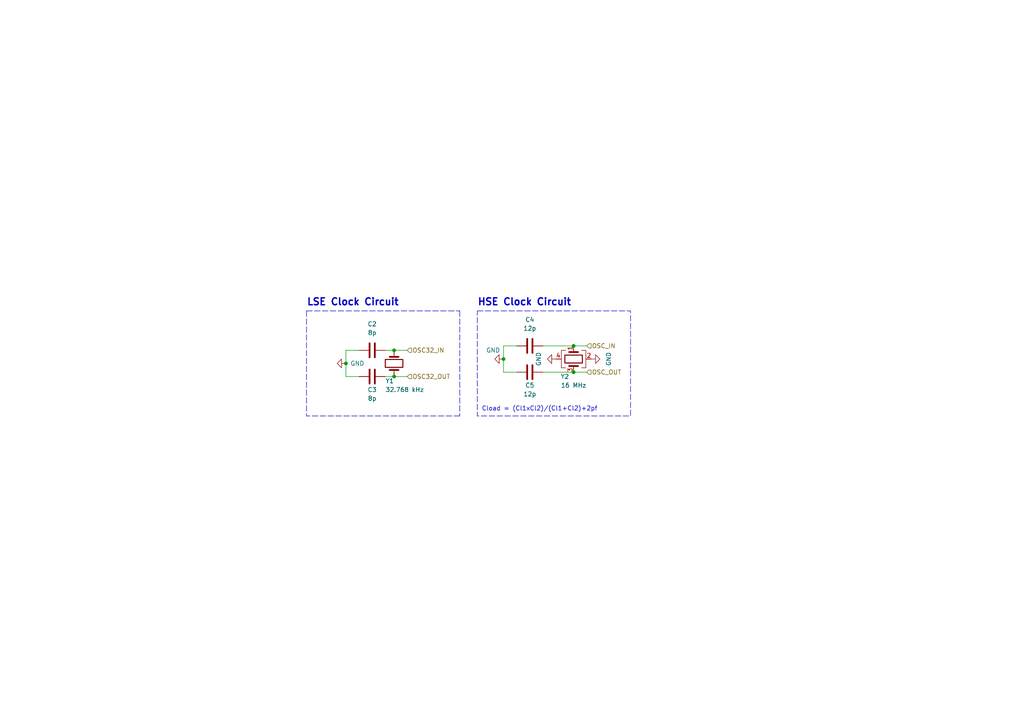
<source format=kicad_sch>
(kicad_sch (version 20231120) (generator "eeschema") (generator_version "8.0")
  (paper "A4")
  (title_block (title "Clocks") (date "2024-05-29") (rev "V10") (comment 1 "22619291") (comment 2 "DP Theron"))
  (lib_symbols
    (symbol "Device:C" (pin_numbers hide) (pin_names (offset 0.254))
      (property "Reference" "C" (at 0.635 2.54 0))
      (property "Value" "C" (at 0.635 -2.54 0))
      (symbol "C_0_1"
        (polyline (pts (xy -2.032 -0.762) (xy 2.032 -0.762)) (stroke (width 0.508)))
        (polyline (pts (xy -2.032 0.762) (xy 2.032 0.762)) (stroke (width 0.508)))
      )
      (symbol "C_1_1"
        (pin passive line (at 0 3.81 270) (length 2.794) (name "~") (number "1"))
        (pin passive line (at 0 -3.81 90) (length 2.794) (name "~") (number "2"))
      )
    )
    (symbol "Device:Crystal" (pin_numbers hide) (pin_names (offset 1.016) hide)
      (property "Reference" "Y" (at 0 3.81 0))
      (property "Value" "Crystal" (at 0 -3.81 0))
      (symbol "Crystal_0_1"
        (rectangle (start -1.143 2.54) (end 1.143 -2.54) (stroke (width 0.3048)))
        (polyline (pts (xy -2.54 0) (xy -1.905 0)))
        (polyline (pts (xy -1.905 -1.27) (xy -1.905 1.27)) (stroke (width 0.508)))
        (polyline (pts (xy 1.905 -1.27) (xy 1.905 1.27)) (stroke (width 0.508)))
        (polyline (pts (xy 2.54 0) (xy 1.905 0)))
      )
      (symbol "Crystal_1_1"
        (pin passive line (at -3.81 0 0) (length 1.27) (name "1") (number "1"))
        (pin passive line (at 3.81 0 180) (length 1.27) (name "2") (number "2"))
      )
    )
    (symbol "Device:Crystal_GND24" (pin_names (offset 1.016) hide)
      (property "Reference" "Y" (at 3.175 5.08 0))
      (property "Value" "Crystal_GND24" (at 3.175 3.175 0))
      (symbol "Crystal_GND24_0_1"
        (rectangle (start -1.143 2.54) (end 1.143 -2.54) (stroke (width 0.3048)))
        (polyline (pts (xy -2.54 0) (xy -2.032 0)))
        (polyline (pts (xy -2.032 -1.27) (xy -2.032 1.27)) (stroke (width 0.508)))
        (polyline (pts (xy 0 -3.81) (xy 0 -3.556)))
        (polyline (pts (xy 0 3.556) (xy 0 3.81)))
        (polyline (pts (xy 2.032 -1.27) (xy 2.032 1.27)) (stroke (width 0.508)))
        (polyline (pts (xy 2.032 0) (xy 2.54 0)))
        (polyline (pts (xy -2.54 -2.286) (xy -2.54 -3.556) (xy 2.54 -3.556) (xy 2.54 -2.286)))
        (polyline (pts (xy -2.54 2.286) (xy -2.54 3.556) (xy 2.54 3.556) (xy 2.54 2.286)))
      )
      (symbol "Crystal_GND24_1_1"
        (pin passive line (at -3.81 0 0) (length 1.27) (name "1") (number "1"))
        (pin passive line (at 0 5.08 270) (length 1.27) (name "2") (number "2"))
        (pin passive line (at 3.81 0 180) (length 1.27) (name "3") (number "3"))
        (pin passive line (at 0 -5.08 90) (length 1.27) (name "4") (number "4"))
      )
    )
    (symbol "power:GND" (power) (pin_names (offset 0))
      (property "Value" "GND" (at 0 -3.81 0))
      (symbol "GND_0_1"
        (polyline (pts (xy 0 0) (xy 0 -1.27) (xy 1.27 -1.27) (xy 0 -2.54) (xy -1.27 -1.27) (xy 0 -1.27)))
      )
      (symbol "GND_1_1"
        (pin power_in line (at 0 0 270) (length 0) hide (name "GND") (number "1"))
      )
    )
  )
  (junction (at 166.37 107.95))
  (junction (at 114.3 109.22))
  (junction (at 100.33 105.41))
  (junction (at 166.37 100.33))
  (junction (at 114.3 101.6))
  (junction (at 146.05 104.14))
  (wire (pts (xy 157.48 107.95) (xy 166.37 107.95)))
  (wire (pts (xy 146.05 107.95) (xy 149.86 107.95)))
  (polyline (pts (xy 133.35 120.65) (xy 88.9 120.65)) (stroke (width 0) (type dash)))
  (wire (pts (xy 146.05 100.33) (xy 146.05 104.14)))
  (wire (pts (xy 100.33 105.41) (xy 100.33 109.22)))
  (wire (pts (xy 100.33 101.6) (xy 104.14 101.6)))
  (wire (pts (xy 146.05 100.33) (xy 149.86 100.33)))
  (wire (pts (xy 166.37 100.33) (xy 170.18 100.33)))
  (wire (pts (xy 100.33 109.22) (xy 104.14 109.22)))
  (wire (pts (xy 146.05 104.14) (xy 146.05 107.95)))
  (wire (pts (xy 114.3 109.22) (xy 118.11 109.22)))
  (polyline (pts (xy 88.9 90.17) (xy 133.35 90.17)) (stroke (width 0) (type dash)))
  (wire (pts (xy 157.48 100.33) (xy 166.37 100.33)))
  (polyline (pts (xy 88.9 90.17) (xy 88.9 120.65)) (stroke (width 0) (type dash)))
  (wire (pts (xy 111.76 109.22) (xy 114.3 109.22)))
  (wire (pts (xy 114.3 101.6) (xy 118.11 101.6)))
  (polyline (pts (xy 133.35 90.17) (xy 133.35 120.65)) (stroke (width 0) (type dash)))
  (wire (pts (xy 111.76 101.6) (xy 114.3 101.6)))
  (wire (pts (xy 166.37 107.95) (xy 170.18 107.95)))
  (wire (pts (xy 100.33 101.6) (xy 100.33 105.41)))
  (rectangle (start 138.43 90.17) (end 182.88 120.65) (stroke (width 0) (type dash)))
  (text "Cload = (Cl1xCl2)/(Cl1+Cl2)+2pf" (at 139.7 119.38 0) (effects (font (size 1.27 1.27)) (justify left bottom)))
  (text "LSE Clock Circuit" (at 88.9 88.9 0) (effects (font (size 2 2) (bold yes)) (justify left bottom)))
  (text "HSE Clock Circuit" (at 138.43 88.9 0) (effects (font (size 2 2) (thickness 0.4) (bold yes)) (justify left bottom)))
  (hierarchical_label "OSC_IN" (shape input) (at 170.18 100.33 0))
  (hierarchical_label "OSC32_IN" (shape input) (at 118.11 101.6 0))
  (hierarchical_label "OSC_OUT" (shape input) (at 170.18 107.95 0))
  (hierarchical_label "OSC32_OUT" (shape input) (at 118.11 109.22 0))
  (symbol (lib_id "Device:Crystal") (at 114.3 105.41 270) (unit 1)
    (property "Reference" "Y1" (at 111.76 110.49 90) (effects (justify left)))
    (property "Value" "32.768 kHz" (at 111.76 113.03 90) (effects (justify left)))
    (property "Footprint" "Skripsie:Crystal_SMD_EuroQuartz_EQ161-2Pin_3.2x1.5mm" (effects (hide yes)))
    (property "JLCPCB #" "C2449839" (effects (hide yes)))
  )
  (symbol (lib_id "Device:C") (at 107.95 109.22 90) (unit 1)
    (property "Reference" "C3" (at 107.95 113.03 90))
    (property "Value" "8p" (at 107.95 115.57 90))
    (property "Footprint" "Capacitor_SMD:C_0603_1608Metric" (effects (hide yes)))
    (property "JLCPCB #" "C701199" (effects (hide yes)))
  )
  (symbol (lib_id "Device:Crystal_GND24") (at 166.37 104.14 270) (unit 1)
    (property "Reference" "Y2" (at 163.83 109.22 90))
    (property "Value" "16 MHz" (at 166.37 111.76 90))
    (property "Footprint" "Skripsie:Crystal_SMD_EuroQuartz_X22-4Pin_2.5x2.0mm" (effects (hide yes)))
    (property "JLCPCB #" "C435194" (effects (hide yes)))
  )
  (symbol (lib_id "power:GND") (at 171.45 104.14 90) (unit 1)
    (property "Reference" "#PWR026" (effects (hide yes)))
    (property "Value" "GND" (at 176.53 104.14 0))
  )
  (symbol (lib_id "power:GND") (at 100.33 105.41 270) (unit 1)
    (property "Reference" "#PWR01" (effects (hide yes)))
    (property "Value" "GND" (at 101.6 105.41 90) (effects (justify left)))
  )
  (symbol (lib_id "power:GND") (at 161.29 104.14 270) (unit 1)
    (property "Reference" "#PWR025" (effects (hide yes)))
    (property "Value" "GND" (at 156.21 104.14 0))
  )
  (symbol (lib_id "Device:C") (at 107.95 101.6 90) (unit 1)
    (property "Reference" "C2" (at 107.95 93.98 90))
    (property "Value" "8p" (at 107.95 96.52 90))
    (property "Footprint" "Capacitor_SMD:C_0603_1608Metric" (effects (hide yes)))
    (property "JLCPCB #" "C701199" (effects (hide yes)))
  )
  (symbol (lib_id "power:GND") (at 146.05 104.14 270) (unit 1)
    (property "Reference" "#PWR02" (effects (hide yes)))
    (property "Value" "GND" (at 140.97 101.6 90) (effects (justify left)))
  )
  (symbol (lib_id "Device:C") (at 153.67 107.95 90) (unit 1)
    (property "Reference" "C5" (at 153.67 111.76 90))
    (property "Value" "12p" (at 153.67 114.3 90))
    (property "Footprint" "Capacitor_SMD:C_0603_1608Metric" (effects (hide yes)))
    (property "JLCPCB #" "C782159" (effects (hide yes)))
  )
  (symbol (lib_id "Device:C") (at 153.67 100.33 90) (unit 1)
    (property "Reference" "C4" (at 153.67 92.71 90))
    (property "Value" "12p" (at 153.67 95.25 90))
    (property "Footprint" "Capacitor_SMD:C_0603_1608Metric" (effects (hide yes)))
    (property "JLCPCB #" "C782159" (effects (hide yes)))
  )
)
</source>
